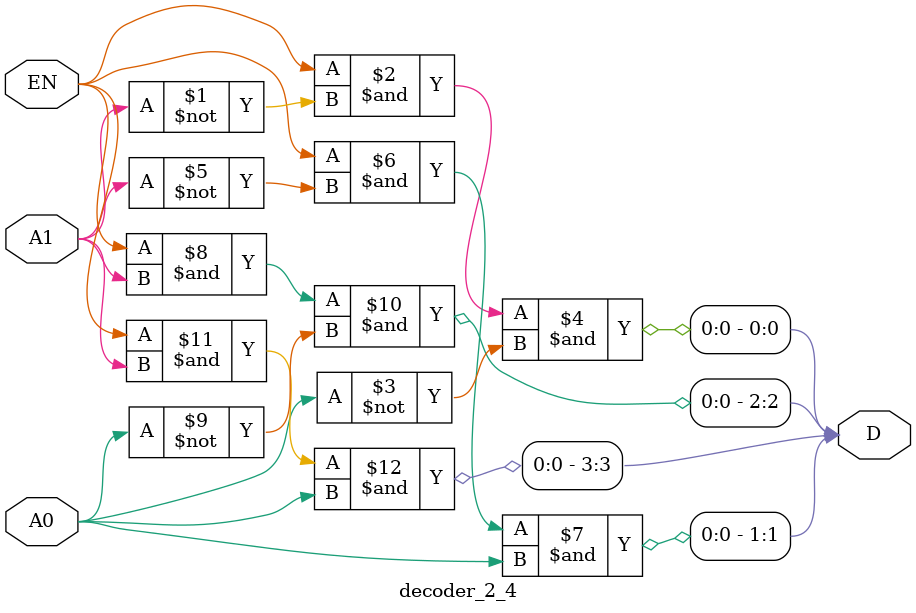
<source format=v>
`timescale 1ns / 1ps


module decoder_2_4(EN, A0, A1, D);
 input EN, A0, A1;
 output [3:0] D;

 assign D[0] =(EN & ~A1 & ~A0);
 assign D[1] =(EN & ~A1 & A0);
 assign D[2] =(EN & A1 & ~A0);
 assign D[3] =(EN & A1 & A0);
endmodule
</source>
